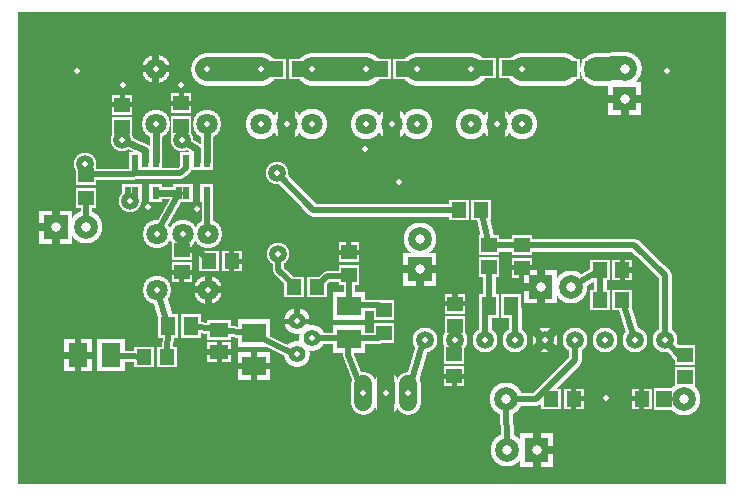
<source format=gbr>
%FSLAX34Y34*%
%MOMM*%
%LNCOPPER_BOTTOM*%
G71*
G01*
%ADD10C, 2.600*%
%ADD11C, 2.800*%
%ADD12C, 2.400*%
%ADD13R, 1.000X1.500*%
%ADD14C, 1.000*%
%ADD15C, 0.900*%
%ADD16R, 1.800X1.700*%
%ADD17C, 1.900*%
%ADD18C, 0.500*%
%ADD19R, 1.700X1.800*%
%ADD20C, 2.800*%
%ADD21C, 0.500*%
%ADD22R, 2.400X2.800*%
%ADD23C, 1.300*%
%ADD24R, 1.700X2.000*%
%ADD25R, 2.800X2.400*%
%ADD26R, 2.000X1.700*%
%ADD27C, 2.200*%
%ADD28C, 2.100*%
%ADD29C, 2.100*%
%ADD30C, 1.100*%
%ADD31C, 1.488*%
%ADD32C, 0.600*%
%ADD33C, 0.433*%
%ADD34C, 0.667*%
%ADD35C, 0.533*%
%ADD36C, 0.467*%
%ADD37C, 1.500*%
%ADD38C, 0.795*%
%ADD39C, 1.800*%
%ADD40C, 2.000*%
%ADD41R, 0.600X1.100*%
%ADD42R, 1.400X1.300*%
%ADD43C, 1.500*%
%ADD44R, 1.300X1.400*%
%ADD45C, 2.000*%
%ADD46R, 1.600X2.000*%
%ADD47R, 1.300X1.600*%
%ADD48R, 2.000X1.600*%
%ADD49R, 1.600X1.300*%
%ADD50C, 1.400*%
%ADD51C, 0.800*%
%LPD*%
G36*
X0Y0D02*
X-600000Y0D01*
X-600000Y-400000D01*
X0Y-400000D01*
X0Y0D01*
G37*
%LPC*%
X-350479Y-48409D02*
G54D10*
D03*
X-372304Y-95234D02*
G54D10*
D03*
X-350479Y-95234D02*
G54D10*
D03*
X-394129Y-95234D02*
G54D10*
D03*
X-394129Y-48409D02*
G54D10*
D03*
X-261579Y-48409D02*
G54D10*
D03*
X-283404Y-95234D02*
G54D10*
D03*
X-261579Y-95234D02*
G54D10*
D03*
X-305229Y-95234D02*
G54D10*
D03*
X-305229Y-48409D02*
G54D10*
D03*
X-172679Y-48409D02*
G54D10*
D03*
X-194504Y-95234D02*
G54D10*
D03*
X-172679Y-95234D02*
G54D10*
D03*
X-216329Y-95234D02*
G54D10*
D03*
X-216329Y-48409D02*
G54D10*
D03*
G54D11*
X-216329Y-48409D02*
X-261579Y-48409D01*
G54D11*
X-305229Y-48409D02*
X-350479Y-48409D01*
X-439379Y-48409D02*
G54D12*
D03*
X-439379Y-95234D02*
G54D12*
D03*
X-483029Y-95234D02*
G54D12*
D03*
X-483029Y-48409D02*
G54D12*
D03*
G54D11*
X-394129Y-48409D02*
X-439379Y-48409D01*
X-500889Y-153184D02*
G54D13*
D03*
X-500889Y-126184D02*
G54D13*
D03*
X-491889Y-153184D02*
G54D13*
D03*
X-491889Y-126184D02*
G54D13*
D03*
X-482889Y-153184D02*
G54D13*
D03*
X-482889Y-126184D02*
G54D13*
D03*
X-506842Y-153184D02*
G54D13*
D03*
X-457629Y-153184D02*
G54D13*
D03*
X-457629Y-126184D02*
G54D13*
D03*
X-448629Y-153184D02*
G54D13*
D03*
X-448629Y-126184D02*
G54D13*
D03*
X-439629Y-153184D02*
G54D13*
D03*
X-439629Y-126184D02*
G54D13*
D03*
X-463582Y-153184D02*
G54D13*
D03*
G54D14*
X-483029Y-95240D02*
X-483084Y-126286D01*
G54D14*
X-439373Y-95240D02*
X-439428Y-126286D01*
G54D15*
X-457629Y-125006D02*
X-457629Y-132150D01*
X-462392Y-136912D01*
X-539386Y-137309D01*
G54D15*
X-500889Y-126184D02*
X-500889Y-136515D01*
X-461599Y-96381D02*
G54D16*
D03*
X-461598Y-77381D02*
G54D16*
D03*
X-438549Y-235330D02*
G54D12*
D03*
X-460374Y-188506D02*
G54D12*
D03*
X-438549Y-188506D02*
G54D12*
D03*
X-482199Y-188506D02*
G54D12*
D03*
X-482199Y-235330D02*
G54D12*
D03*
G54D14*
X-463582Y-153184D02*
X-482889Y-153184D01*
G54D15*
X-439373Y-153581D02*
X-439373Y-188506D01*
X-438945Y-188456D01*
X-505254Y-160328D02*
G54D17*
D03*
G54D15*
X-463582Y-153184D02*
X-482889Y-188371D01*
X-483023Y-188506D01*
X-448501Y-166677D02*
G54D18*
D03*
X-461201Y-108337D02*
G54D17*
D03*
X-489776Y-165090D02*
G54D18*
D03*
X-512001Y-108734D02*
G54D17*
D03*
G54D14*
X-491889Y-126184D02*
X-491889Y-116940D01*
X-512001Y-108734D01*
G54D14*
X-448629Y-126184D02*
X-448629Y-116146D01*
X-461201Y-108337D01*
X-511605Y-97572D02*
G54D16*
D03*
X-511605Y-78572D02*
G54D16*
D03*
X-511207Y-61902D02*
G54D18*
D03*
X-461598Y-61902D02*
G54D18*
D03*
X-461203Y-201603D02*
G54D16*
D03*
X-461203Y-220604D02*
G54D16*
D03*
X-437761Y-211102D02*
G54D19*
D03*
X-418760Y-211102D02*
G54D19*
D03*
X-542070Y-138346D02*
G54D16*
D03*
X-542070Y-157346D02*
G54D16*
D03*
G36*
X-553841Y-196373D02*
X-553841Y-168373D01*
X-581841Y-168373D01*
X-581841Y-196373D01*
X-553841Y-196373D01*
G37*
X-542442Y-182373D02*
G54D20*
D03*
G54D21*
X-461198Y-188506D02*
X-461203Y-201603D01*
G54D21*
X-461203Y-201603D02*
X-447259Y-201603D01*
X-437761Y-211102D01*
G54D15*
X-542070Y-157346D02*
X-542380Y-182435D01*
X-542442Y-182373D01*
G36*
X-245556Y-204027D02*
X-273556Y-204027D01*
X-273556Y-232027D01*
X-245556Y-232027D01*
X-245556Y-204027D01*
G37*
X-259556Y-192628D02*
G54D20*
D03*
X-381007Y-48384D02*
G54D19*
D03*
X-362007Y-48384D02*
G54D19*
D03*
X-292504Y-48384D02*
G54D19*
D03*
X-273504Y-48384D02*
G54D19*
D03*
X-203207Y-47987D02*
G54D19*
D03*
X-184207Y-47987D02*
G54D19*
D03*
G36*
X-72122Y-59565D02*
X-100122Y-59565D01*
X-100122Y-87565D01*
X-72122Y-87565D01*
X-72122Y-59565D01*
G37*
X-86122Y-48165D02*
G54D20*
D03*
X-132564Y-48384D02*
G54D19*
D03*
X-113564Y-48384D02*
G54D19*
D03*
G54D11*
X-138120Y-48384D02*
X-172679Y-48409D01*
G54D11*
X-86129Y-47987D02*
X-109973Y-48409D01*
X-521021Y-291010D02*
G54D22*
D03*
X-549021Y-291010D02*
G54D22*
D03*
X-473926Y-292065D02*
G54D19*
D03*
X-492926Y-292065D02*
G54D19*
D03*
G54D23*
X-482199Y-235330D02*
X-472686Y-266268D01*
X-453686Y-266268D02*
G54D24*
D03*
X-472686Y-266268D02*
G54D24*
D03*
X-400082Y-271850D02*
G54D25*
D03*
X-400082Y-299850D02*
G54D25*
D03*
G54D15*
X-453686Y-266268D02*
X-399288Y-273040D01*
G54D15*
X-365984Y-290144D02*
X-400660Y-272428D01*
X-400082Y-271850D01*
G54D15*
X-472686Y-266268D02*
X-473926Y-292065D01*
X-429451Y-269072D02*
G54D26*
D03*
X-429451Y-288072D02*
G54D26*
D03*
G54D15*
X-521021Y-291010D02*
X-492926Y-292065D01*
G54D15*
X-353247Y-276285D02*
X-338170Y-276612D01*
X-363603Y-290144D02*
G54D27*
D03*
X-350903Y-276144D02*
G54D27*
D03*
X-363604Y-262143D02*
G54D27*
D03*
X-319120Y-248831D02*
G54D25*
D03*
X-319120Y-276831D02*
G54D25*
D03*
X-290148Y-252800D02*
G54D16*
D03*
X-290148Y-271800D02*
G54D16*
D03*
G54D15*
X-337773Y-276612D02*
X-294514Y-276612D01*
X-290148Y-272246D01*
X-319914Y-222588D02*
G54D16*
D03*
X-319914Y-203587D02*
G54D16*
D03*
X-365927Y-232931D02*
G54D19*
D03*
X-346927Y-232931D02*
G54D19*
D03*
X-379445Y-205174D02*
G54D17*
D03*
G54D15*
X-379445Y-205174D02*
X-379445Y-218271D01*
X-365554Y-232162D01*
G54D15*
X-319914Y-223431D02*
X-337773Y-223431D01*
X-346901Y-232559D01*
G54D15*
X-319914Y-224224D02*
X-319914Y-248434D01*
X-294514Y-248434D01*
X-290148Y-252800D01*
G54D28*
X-307574Y-330113D02*
X-307574Y-315113D01*
G54D28*
X-288524Y-330113D02*
X-288524Y-315113D01*
G54D28*
X-269474Y-330113D02*
X-269474Y-315113D01*
G54D15*
X-320311Y-275024D02*
X-320311Y-290900D01*
X-307611Y-322650D01*
X-543354Y-128578D02*
G54D17*
D03*
X-277448Y-144452D02*
G54D18*
D03*
X-306023Y-115877D02*
G54D18*
D03*
X-255545Y-278135D02*
G54D29*
D03*
X-230145Y-278135D02*
G54D29*
D03*
X-204745Y-278135D02*
G54D29*
D03*
X-179345Y-278135D02*
G54D29*
D03*
X-153945Y-278134D02*
G54D29*
D03*
X-128545Y-278135D02*
G54D29*
D03*
X-103145Y-278135D02*
G54D29*
D03*
X-77745Y-278135D02*
G54D29*
D03*
X-52345Y-278135D02*
G54D29*
D03*
G54D30*
X-269474Y-322613D02*
X-256774Y-279364D01*
X-255545Y-278135D01*
X-229748Y-266229D02*
G54D16*
D03*
X-229748Y-247228D02*
G54D16*
D03*
X-230220Y-289708D02*
G54D16*
D03*
X-230220Y-308709D02*
G54D16*
D03*
G54D30*
X-229748Y-266229D02*
X-230220Y-289708D01*
X-182223Y-249202D02*
G54D24*
D03*
X-201223Y-249202D02*
G54D24*
D03*
G54D30*
X-204745Y-278135D02*
X-204745Y-251533D01*
X-201223Y-249202D01*
G54D30*
X-179345Y-278135D02*
X-179345Y-251533D01*
X-180485Y-249202D01*
X-200851Y-197237D02*
G54D16*
D03*
X-200851Y-216237D02*
G54D16*
D03*
X-186358Y-327602D02*
G54D20*
D03*
X-35958Y-327602D02*
G54D20*
D03*
G54D30*
X-186049Y-371031D02*
X-186358Y-327602D01*
X-161158Y-327602D01*
X-128545Y-294990D01*
X-128545Y-278135D01*
X-173468Y-197635D02*
G54D16*
D03*
X-173468Y-216636D02*
G54D16*
D03*
G54D30*
X-201223Y-249202D02*
X-201223Y-216609D01*
X-200851Y-216237D01*
X-226624Y-167447D02*
G54D19*
D03*
X-207624Y-167447D02*
G54D19*
D03*
G54D30*
X-200851Y-197237D02*
X-207624Y-167447D01*
G54D30*
X-226624Y-167447D02*
X-349704Y-167447D01*
X-380239Y-136912D01*
X-380239Y-136912D02*
G54D17*
D03*
G36*
X-143323Y-246896D02*
X-143323Y-218896D01*
X-171323Y-218896D01*
X-171323Y-246896D01*
X-143323Y-246896D01*
G37*
X-131924Y-232896D02*
G54D20*
D03*
X-107164Y-244441D02*
G54D19*
D03*
X-88164Y-244440D02*
G54D19*
D03*
X-107164Y-218642D02*
G54D19*
D03*
X-88163Y-218643D02*
G54D19*
D03*
G54D30*
X-131924Y-232896D02*
X-107164Y-218642D01*
G54D30*
X-107164Y-244441D02*
X-107164Y-218642D01*
G54D30*
X-88164Y-244440D02*
X-77745Y-278135D01*
G54D30*
X-200851Y-197237D02*
X-77820Y-197237D01*
X-52345Y-222712D01*
X-52345Y-278135D01*
G36*
X-44342Y-318785D02*
X-61342Y-318785D01*
X-61343Y-336785D01*
X-44343Y-336785D01*
X-44342Y-318785D01*
G37*
X-71843Y-327785D02*
G54D19*
D03*
X-148439Y-327785D02*
G54D19*
D03*
X-129438Y-327785D02*
G54D19*
D03*
G36*
X-174649Y-357031D02*
X-174649Y-385031D01*
X-146649Y-385031D01*
X-146649Y-357031D01*
X-174649Y-357031D01*
G37*
X-186049Y-371031D02*
G54D20*
D03*
X-35354Y-290503D02*
G54D16*
D03*
X-35354Y-309503D02*
G54D16*
D03*
G54D30*
X-35354Y-290503D02*
X-39977Y-290503D01*
X-52345Y-278135D01*
X-50000Y-50000D02*
G54D18*
D03*
X-101633Y-327014D02*
G54D18*
D03*
X-550000Y-50000D02*
G54D18*
D03*
%LPD*%
G54D31*
G36*
X-364864Y-95234D02*
X-364864Y-81734D01*
X-379744Y-81734D01*
X-379744Y-95234D01*
X-364864Y-95234D01*
G37*
G36*
X-379744Y-95234D02*
X-379744Y-108734D01*
X-364864Y-108734D01*
X-364864Y-95234D01*
X-379744Y-95234D01*
G37*
G54D31*
G36*
X-275964Y-95234D02*
X-275964Y-81734D01*
X-290844Y-81734D01*
X-290844Y-95234D01*
X-275964Y-95234D01*
G37*
G36*
X-290844Y-95234D02*
X-290844Y-108734D01*
X-275964Y-108734D01*
X-275964Y-95234D01*
X-290844Y-95234D01*
G37*
G54D31*
G36*
X-187064Y-95234D02*
X-187064Y-81734D01*
X-201944Y-81734D01*
X-201944Y-95234D01*
X-187064Y-95234D01*
G37*
G36*
X-201944Y-95234D02*
X-201944Y-108734D01*
X-187064Y-108734D01*
X-187064Y-95234D01*
X-201944Y-95234D01*
G37*
G54D32*
G36*
X-480029Y-48409D02*
X-480029Y-35909D01*
X-486029Y-35909D01*
X-486029Y-48409D01*
X-480029Y-48409D01*
G37*
G36*
X-483029Y-45409D02*
X-495529Y-45409D01*
X-495529Y-51409D01*
X-483029Y-51409D01*
X-483029Y-45409D01*
G37*
G36*
X-486029Y-48409D02*
X-486029Y-60909D01*
X-480029Y-60909D01*
X-480029Y-48409D01*
X-486029Y-48409D01*
G37*
G36*
X-483029Y-51409D02*
X-470529Y-51409D01*
X-470529Y-45409D01*
X-483029Y-45409D01*
X-483029Y-51409D01*
G37*
G54D32*
G36*
X-494889Y-153184D02*
X-494889Y-161184D01*
X-488889Y-161184D01*
X-488889Y-153184D01*
X-494889Y-153184D01*
G37*
G36*
X-488889Y-153184D02*
X-488889Y-145184D01*
X-494889Y-145184D01*
X-494889Y-153184D01*
X-488889Y-153184D01*
G37*
G54D32*
G36*
X-451629Y-153184D02*
X-451629Y-161184D01*
X-445629Y-161184D01*
X-445629Y-153184D01*
X-451629Y-153184D01*
G37*
G36*
X-445629Y-153184D02*
X-445629Y-145184D01*
X-451629Y-145184D01*
X-451629Y-153184D01*
X-445629Y-153184D01*
G37*
G54D33*
G36*
X-461598Y-79547D02*
X-452098Y-79547D01*
X-452098Y-75214D01*
X-461598Y-75214D01*
X-461598Y-79547D01*
G37*
G36*
X-459432Y-77381D02*
X-459432Y-68381D01*
X-463765Y-68381D01*
X-463765Y-77381D01*
X-459432Y-77381D01*
G37*
G36*
X-461598Y-75214D02*
X-471098Y-75214D01*
X-471098Y-79547D01*
X-461598Y-79547D01*
X-461598Y-75214D01*
G37*
G54D32*
G36*
X-435549Y-235330D02*
X-435549Y-222830D01*
X-441549Y-222830D01*
X-441549Y-235330D01*
X-435549Y-235330D01*
G37*
G36*
X-438549Y-232330D02*
X-451049Y-232330D01*
X-451049Y-238330D01*
X-438549Y-238330D01*
X-438549Y-232330D01*
G37*
G36*
X-441549Y-235330D02*
X-441549Y-247830D01*
X-435549Y-247830D01*
X-435549Y-235330D01*
X-441549Y-235330D01*
G37*
G36*
X-438549Y-238330D02*
X-426049Y-238330D01*
X-426049Y-232330D01*
X-438549Y-232330D01*
X-438549Y-238330D01*
G37*
G54D33*
G36*
X-511605Y-80738D02*
X-502105Y-80738D01*
X-502105Y-76405D01*
X-511605Y-76405D01*
X-511605Y-80738D01*
G37*
G36*
X-509438Y-78572D02*
X-509438Y-69572D01*
X-513771Y-69572D01*
X-513771Y-78572D01*
X-509438Y-78572D01*
G37*
G36*
X-511605Y-76405D02*
X-521105Y-76405D01*
X-521105Y-80738D01*
X-511605Y-80738D01*
X-511605Y-76405D01*
G37*
G54D33*
G36*
X-461203Y-218437D02*
X-470703Y-218437D01*
X-470703Y-222770D01*
X-461203Y-222770D01*
X-461203Y-218437D01*
G37*
G36*
X-463370Y-220604D02*
X-463370Y-229604D01*
X-459037Y-229604D01*
X-459037Y-220604D01*
X-463370Y-220604D01*
G37*
G36*
X-461203Y-222770D02*
X-451703Y-222770D01*
X-451703Y-218437D01*
X-461203Y-218437D01*
X-461203Y-222770D01*
G37*
G54D33*
G36*
X-420927Y-211102D02*
X-420927Y-220602D01*
X-416594Y-220602D01*
X-416594Y-211102D01*
X-420927Y-211102D01*
G37*
G36*
X-418760Y-213269D02*
X-409760Y-213269D01*
X-409760Y-208936D01*
X-418760Y-208936D01*
X-418760Y-213269D01*
G37*
G36*
X-416594Y-211102D02*
X-416594Y-201602D01*
X-420927Y-201602D01*
X-420927Y-211102D01*
X-416594Y-211102D01*
G37*
G54D34*
G36*
X-564508Y-182373D02*
X-564508Y-167873D01*
X-571174Y-167873D01*
X-571174Y-182373D01*
X-564508Y-182373D01*
G37*
G36*
X-567841Y-179040D02*
X-582341Y-179040D01*
X-582341Y-185706D01*
X-567841Y-185706D01*
X-567841Y-179040D01*
G37*
G36*
X-571174Y-182373D02*
X-571174Y-196873D01*
X-564508Y-196873D01*
X-564508Y-182373D01*
X-571174Y-182373D01*
G37*
G54D34*
G36*
X-259556Y-214694D02*
X-274056Y-214694D01*
X-274056Y-221360D01*
X-259556Y-221360D01*
X-259556Y-214694D01*
G37*
G36*
X-262889Y-218027D02*
X-262889Y-232527D01*
X-256223Y-232527D01*
X-256223Y-218027D01*
X-262889Y-218027D01*
G37*
G36*
X-259556Y-221360D02*
X-245056Y-221360D01*
X-245056Y-214694D01*
X-259556Y-214694D01*
X-259556Y-221360D01*
G37*
G54D34*
G36*
X-86122Y-70231D02*
X-100622Y-70231D01*
X-100622Y-76898D01*
X-86122Y-76898D01*
X-86122Y-70231D01*
G37*
G36*
X-89455Y-73565D02*
X-89455Y-88065D01*
X-82788Y-88065D01*
X-82788Y-73565D01*
X-89455Y-73565D01*
G37*
G36*
X-86122Y-76898D02*
X-71622Y-76898D01*
X-71622Y-70231D01*
X-86122Y-70231D01*
X-86122Y-76898D01*
G37*
G54D35*
G36*
X-546354Y-291010D02*
X-546354Y-276510D01*
X-551688Y-276510D01*
X-551688Y-291010D01*
X-546354Y-291010D01*
G37*
G36*
X-549021Y-288343D02*
X-561521Y-288343D01*
X-561521Y-293676D01*
X-549021Y-293676D01*
X-549021Y-288343D01*
G37*
G36*
X-551688Y-291010D02*
X-551688Y-305510D01*
X-546354Y-305510D01*
X-546354Y-291010D01*
X-551688Y-291010D01*
G37*
G36*
X-549021Y-293676D02*
X-536521Y-293676D01*
X-536521Y-288343D01*
X-549021Y-288343D01*
X-549021Y-293676D01*
G37*
G54D35*
G36*
X-400082Y-297184D02*
X-414582Y-297184D01*
X-414582Y-302517D01*
X-400082Y-302517D01*
X-400082Y-297184D01*
G37*
G36*
X-402749Y-299850D02*
X-402749Y-312350D01*
X-397416Y-312350D01*
X-397416Y-299850D01*
X-402749Y-299850D01*
G37*
G36*
X-400082Y-302517D02*
X-385582Y-302517D01*
X-385582Y-297184D01*
X-400082Y-297184D01*
X-400082Y-302517D01*
G37*
G36*
X-397416Y-299850D02*
X-397416Y-287350D01*
X-402748Y-287350D01*
X-402749Y-299850D01*
X-397416Y-299850D01*
G37*
G54D33*
G36*
X-429451Y-285906D02*
X-439951Y-285906D01*
X-439951Y-290239D01*
X-429451Y-290239D01*
X-429451Y-285906D01*
G37*
G36*
X-431618Y-288072D02*
X-431618Y-297072D01*
X-427284Y-297072D01*
X-427285Y-288072D01*
X-431618Y-288072D01*
G37*
G36*
X-429451Y-290239D02*
X-418951Y-290238D01*
X-418951Y-285905D01*
X-429451Y-285906D01*
X-429451Y-290239D01*
G37*
G36*
X-427285Y-288072D02*
X-427285Y-279072D01*
X-431618Y-279072D01*
X-431618Y-288072D01*
X-427285Y-288072D01*
G37*
G54D36*
G36*
X-363604Y-264476D02*
X-352104Y-264476D01*
X-352104Y-259810D01*
X-363604Y-259810D01*
X-363604Y-264476D01*
G37*
G36*
X-361270Y-262143D02*
X-361270Y-250643D01*
X-365937Y-250643D01*
X-365937Y-262143D01*
X-361270Y-262143D01*
G37*
G36*
X-363604Y-259810D02*
X-375104Y-259810D01*
X-375104Y-264476D01*
X-363604Y-264476D01*
X-363604Y-259810D01*
G37*
G54D33*
G36*
X-319914Y-205754D02*
X-310414Y-205754D01*
X-310414Y-201421D01*
X-319914Y-201421D01*
X-319914Y-205754D01*
G37*
G36*
X-317748Y-203587D02*
X-317748Y-194587D01*
X-322081Y-194587D01*
X-322081Y-203587D01*
X-317748Y-203587D01*
G37*
G36*
X-319914Y-201421D02*
X-329414Y-201421D01*
X-329414Y-205754D01*
X-319914Y-205754D01*
X-319914Y-201421D01*
G37*
G54D37*
G36*
X-296024Y-322613D02*
X-296024Y-341113D01*
X-281024Y-341113D01*
X-281024Y-322613D01*
X-296024Y-322613D01*
G37*
G36*
X-281024Y-322613D02*
X-281024Y-304113D01*
X-296024Y-304113D01*
X-296024Y-322613D01*
X-281024Y-322613D01*
G37*
G54D38*
G36*
X-156755Y-280945D02*
X-148977Y-288723D01*
X-143356Y-283102D01*
X-151134Y-275324D01*
X-156755Y-280945D01*
G37*
G36*
X-151134Y-280945D02*
X-143356Y-273167D01*
X-148977Y-267546D01*
X-156755Y-275324D01*
X-151134Y-280945D01*
G37*
G36*
X-151134Y-275324D02*
X-158912Y-267546D01*
X-164534Y-273167D01*
X-156755Y-280945D01*
X-151134Y-275324D01*
G37*
G36*
X-156755Y-275324D02*
X-164534Y-283102D01*
X-158912Y-288723D01*
X-151134Y-280945D01*
X-156755Y-275324D01*
G37*
G54D33*
G36*
X-229748Y-249395D02*
X-220248Y-249395D01*
X-220248Y-245062D01*
X-229748Y-245062D01*
X-229748Y-249395D01*
G37*
G36*
X-227581Y-247228D02*
X-227581Y-238228D01*
X-231914Y-238228D01*
X-231914Y-247228D01*
X-227581Y-247228D01*
G37*
G36*
X-229748Y-245062D02*
X-239248Y-245062D01*
X-239248Y-249395D01*
X-229748Y-249395D01*
X-229748Y-245062D01*
G37*
G54D33*
G36*
X-230220Y-306542D02*
X-239720Y-306542D01*
X-239720Y-310875D01*
X-230220Y-310875D01*
X-230220Y-306542D01*
G37*
G36*
X-232387Y-308709D02*
X-232387Y-317709D01*
X-228054Y-317709D01*
X-228054Y-308709D01*
X-232387Y-308709D01*
G37*
G36*
X-230220Y-310875D02*
X-220720Y-310875D01*
X-220720Y-306542D01*
X-230220Y-306542D01*
X-230220Y-310875D01*
G37*
G54D33*
G36*
X-173468Y-214469D02*
X-182968Y-214469D01*
X-182968Y-218802D01*
X-173468Y-218802D01*
X-173468Y-214469D01*
G37*
G36*
X-175635Y-216636D02*
X-175635Y-225636D01*
X-171302Y-225636D01*
X-171302Y-216636D01*
X-175635Y-216636D01*
G37*
G36*
X-173468Y-218802D02*
X-163968Y-218802D01*
X-163968Y-214469D01*
X-173468Y-214469D01*
X-173468Y-218802D01*
G37*
G54D34*
G36*
X-153990Y-232896D02*
X-153990Y-218396D01*
X-160657Y-218396D01*
X-160657Y-232896D01*
X-153990Y-232896D01*
G37*
G36*
X-157323Y-229563D02*
X-171823Y-229563D01*
X-171823Y-236229D01*
X-157323Y-236229D01*
X-157323Y-229563D01*
G37*
G36*
X-160657Y-232896D02*
X-160657Y-247396D01*
X-153990Y-247396D01*
X-153990Y-232896D01*
X-160657Y-232896D01*
G37*
G54D33*
G36*
X-90330Y-218643D02*
X-90330Y-228143D01*
X-85997Y-228143D01*
X-85997Y-218643D01*
X-90330Y-218643D01*
G37*
G36*
X-88163Y-220809D02*
X-79163Y-220809D01*
X-79163Y-216476D01*
X-88163Y-216476D01*
X-88163Y-220809D01*
G37*
G36*
X-85997Y-218643D02*
X-85997Y-209143D01*
X-90330Y-209143D01*
X-90330Y-218643D01*
X-85997Y-218643D01*
G37*
G54D33*
G36*
X-69676Y-327785D02*
X-69677Y-318285D01*
X-74010Y-318285D01*
X-74009Y-327785D01*
X-69676Y-327785D01*
G37*
G36*
X-71843Y-325618D02*
X-80843Y-325618D01*
X-80843Y-329951D01*
X-71843Y-329951D01*
X-71843Y-325618D01*
G37*
G36*
X-74009Y-327785D02*
X-74009Y-337285D01*
X-69676Y-337285D01*
X-69676Y-327785D01*
X-74009Y-327785D01*
G37*
G54D33*
G36*
X-131605Y-327785D02*
X-131605Y-337285D01*
X-127272Y-337285D01*
X-127272Y-327785D01*
X-131605Y-327785D01*
G37*
G36*
X-129438Y-329952D02*
X-120438Y-329952D01*
X-120438Y-325619D01*
X-129438Y-325619D01*
X-129438Y-329952D01*
G37*
G36*
X-127272Y-327785D02*
X-127272Y-318285D01*
X-131605Y-318285D01*
X-131605Y-327785D01*
X-127272Y-327785D01*
G37*
G54D34*
G36*
X-163982Y-371031D02*
X-163982Y-385531D01*
X-157316Y-385531D01*
X-157316Y-371031D01*
X-163982Y-371031D01*
G37*
G36*
X-160649Y-374364D02*
X-146149Y-374364D01*
X-146149Y-367697D01*
X-160649Y-367697D01*
X-160649Y-374364D01*
G37*
G36*
X-157316Y-371031D02*
X-157316Y-356531D01*
X-163982Y-356531D01*
X-163982Y-371031D01*
X-157316Y-371031D01*
G37*
X-350479Y-48409D02*
G54D39*
D03*
X-372304Y-95234D02*
G54D39*
D03*
X-350479Y-95234D02*
G54D39*
D03*
X-394129Y-95234D02*
G54D39*
D03*
X-394129Y-48409D02*
G54D39*
D03*
X-261579Y-48409D02*
G54D39*
D03*
X-283404Y-95234D02*
G54D39*
D03*
X-261579Y-95234D02*
G54D39*
D03*
X-305229Y-95234D02*
G54D39*
D03*
X-305229Y-48409D02*
G54D39*
D03*
X-172679Y-48409D02*
G54D39*
D03*
X-194504Y-95234D02*
G54D39*
D03*
X-172679Y-95234D02*
G54D39*
D03*
X-216329Y-95234D02*
G54D39*
D03*
X-216329Y-48409D02*
G54D39*
D03*
G54D40*
X-216329Y-48409D02*
X-261579Y-48409D01*
G54D40*
X-305229Y-48409D02*
X-350479Y-48409D01*
X-439379Y-48409D02*
G54D39*
D03*
X-439379Y-95234D02*
G54D39*
D03*
X-483029Y-95234D02*
G54D39*
D03*
X-483029Y-48409D02*
G54D39*
D03*
G54D40*
X-394129Y-48409D02*
X-439379Y-48409D01*
X-500889Y-153184D02*
G54D41*
D03*
X-500889Y-126184D02*
G54D41*
D03*
X-491889Y-153184D02*
G54D41*
D03*
X-491889Y-126184D02*
G54D41*
D03*
X-482889Y-153184D02*
G54D41*
D03*
X-482889Y-126184D02*
G54D41*
D03*
X-506842Y-153184D02*
G54D41*
D03*
X-457629Y-153184D02*
G54D41*
D03*
X-457629Y-126184D02*
G54D41*
D03*
X-448629Y-153184D02*
G54D41*
D03*
X-448629Y-126184D02*
G54D41*
D03*
X-439629Y-153184D02*
G54D41*
D03*
X-439629Y-126184D02*
G54D41*
D03*
X-463582Y-153184D02*
G54D41*
D03*
G54D32*
X-483029Y-95240D02*
X-483084Y-126286D01*
G54D32*
X-439373Y-95240D02*
X-439428Y-126286D01*
G54D21*
X-457629Y-125006D02*
X-457629Y-132150D01*
X-462392Y-136912D01*
X-539386Y-137309D01*
G54D21*
X-500889Y-126184D02*
X-500889Y-136515D01*
X-461599Y-96381D02*
G54D42*
D03*
X-461598Y-77381D02*
G54D42*
D03*
X-438549Y-235330D02*
G54D39*
D03*
X-460374Y-188506D02*
G54D39*
D03*
X-438549Y-188506D02*
G54D39*
D03*
X-482199Y-188506D02*
G54D39*
D03*
X-482199Y-235330D02*
G54D39*
D03*
G54D32*
X-463582Y-153184D02*
X-482889Y-153184D01*
G54D21*
X-439373Y-153581D02*
X-439373Y-188506D01*
X-438945Y-188456D01*
X-505254Y-160328D02*
G54D43*
D03*
G54D21*
X-463582Y-153184D02*
X-482889Y-188371D01*
X-483023Y-188506D01*
X-461201Y-108337D02*
G54D43*
D03*
X-512001Y-108734D02*
G54D43*
D03*
G54D32*
X-491889Y-126184D02*
X-491889Y-116940D01*
X-512001Y-108734D01*
G54D32*
X-448629Y-126184D02*
X-448629Y-116146D01*
X-461201Y-108337D01*
X-511605Y-97572D02*
G54D42*
D03*
X-511605Y-78572D02*
G54D42*
D03*
X-461203Y-201603D02*
G54D42*
D03*
X-461203Y-220604D02*
G54D42*
D03*
X-437761Y-211102D02*
G54D44*
D03*
X-418760Y-211102D02*
G54D44*
D03*
X-542070Y-138346D02*
G54D42*
D03*
X-542070Y-157346D02*
G54D42*
D03*
G36*
X-557841Y-192373D02*
X-557841Y-172373D01*
X-577841Y-172373D01*
X-577841Y-192373D01*
X-557841Y-192373D01*
G37*
X-542442Y-182373D02*
G54D45*
D03*
G54D21*
X-461198Y-188506D02*
X-461203Y-201603D01*
G54D21*
X-461203Y-201603D02*
X-447259Y-201603D01*
X-437761Y-211102D01*
G54D21*
X-542070Y-157346D02*
X-542380Y-182435D01*
X-542442Y-182373D01*
G36*
X-249556Y-208027D02*
X-269556Y-208027D01*
X-269556Y-228027D01*
X-249556Y-228027D01*
X-249556Y-208027D01*
G37*
X-259556Y-192628D02*
G54D45*
D03*
X-381007Y-48384D02*
G54D44*
D03*
X-362007Y-48384D02*
G54D44*
D03*
X-292504Y-48384D02*
G54D44*
D03*
X-273504Y-48384D02*
G54D44*
D03*
X-203207Y-47987D02*
G54D44*
D03*
X-184207Y-47987D02*
G54D44*
D03*
G36*
X-76122Y-63565D02*
X-96122Y-63565D01*
X-96122Y-83565D01*
X-76122Y-83565D01*
X-76122Y-63565D01*
G37*
X-86122Y-48165D02*
G54D45*
D03*
X-132564Y-48384D02*
G54D44*
D03*
X-113564Y-48384D02*
G54D44*
D03*
G54D40*
X-138120Y-48384D02*
X-172679Y-48409D01*
G54D40*
X-86129Y-47987D02*
X-109973Y-48409D01*
X-521021Y-291010D02*
G54D46*
D03*
X-549021Y-291010D02*
G54D46*
D03*
X-473926Y-292065D02*
G54D44*
D03*
X-492926Y-292065D02*
G54D44*
D03*
G54D21*
X-482199Y-235330D02*
X-472686Y-266268D01*
X-453686Y-266268D02*
G54D47*
D03*
X-472686Y-266268D02*
G54D47*
D03*
X-400082Y-271850D02*
G54D48*
D03*
X-400082Y-299850D02*
G54D48*
D03*
G54D21*
X-453686Y-266268D02*
X-399288Y-273040D01*
G54D21*
X-365984Y-290144D02*
X-400660Y-272428D01*
X-400082Y-271850D01*
G54D21*
X-472686Y-266268D02*
X-473926Y-292065D01*
X-429451Y-269072D02*
G54D49*
D03*
X-429451Y-288072D02*
G54D49*
D03*
G54D21*
X-521021Y-291010D02*
X-492926Y-292065D01*
G54D21*
X-353247Y-276285D02*
X-338170Y-276612D01*
X-363603Y-290144D02*
G54D50*
D03*
X-350903Y-276144D02*
G54D50*
D03*
X-363604Y-262143D02*
G54D50*
D03*
X-319120Y-248831D02*
G54D48*
D03*
X-319120Y-276831D02*
G54D48*
D03*
X-290148Y-252800D02*
G54D42*
D03*
X-290148Y-271800D02*
G54D42*
D03*
G54D21*
X-337773Y-276612D02*
X-294514Y-276612D01*
X-290148Y-272246D01*
X-319914Y-222588D02*
G54D42*
D03*
X-319914Y-203587D02*
G54D42*
D03*
X-365927Y-232931D02*
G54D44*
D03*
X-346927Y-232931D02*
G54D44*
D03*
X-379445Y-205174D02*
G54D43*
D03*
G54D21*
X-379445Y-205174D02*
X-379445Y-218271D01*
X-365554Y-232162D01*
G54D21*
X-319914Y-223431D02*
X-337773Y-223431D01*
X-346901Y-232559D01*
G54D21*
X-319914Y-224224D02*
X-319914Y-248434D01*
X-294514Y-248434D01*
X-290148Y-252800D01*
G54D37*
X-307574Y-330113D02*
X-307574Y-315113D01*
G54D37*
X-288524Y-330113D02*
X-288524Y-315113D01*
G54D37*
X-269474Y-330113D02*
X-269474Y-315113D01*
G54D21*
X-320311Y-275024D02*
X-320311Y-290900D01*
X-307611Y-322650D01*
X-543354Y-128578D02*
G54D43*
D03*
X-255545Y-278135D02*
G54D43*
D03*
X-230145Y-278135D02*
G54D43*
D03*
X-204745Y-278135D02*
G54D43*
D03*
X-179345Y-278135D02*
G54D43*
D03*
X-153945Y-278134D02*
G54D43*
D03*
X-128545Y-278135D02*
G54D43*
D03*
X-103145Y-278135D02*
G54D43*
D03*
X-77745Y-278135D02*
G54D43*
D03*
X-52345Y-278135D02*
G54D43*
D03*
G54D21*
X-269474Y-322613D02*
X-256774Y-279364D01*
X-255545Y-278135D01*
X-229748Y-266229D02*
G54D42*
D03*
X-229748Y-247228D02*
G54D42*
D03*
X-230220Y-289708D02*
G54D42*
D03*
X-230220Y-308709D02*
G54D42*
D03*
G54D21*
X-229748Y-266229D02*
X-230220Y-289708D01*
X-182223Y-249202D02*
G54D47*
D03*
X-201223Y-249202D02*
G54D47*
D03*
G54D21*
X-204745Y-278135D02*
X-204745Y-251533D01*
X-201223Y-249202D01*
G54D21*
X-179345Y-278135D02*
X-179345Y-251533D01*
X-180485Y-249202D01*
X-200851Y-197237D02*
G54D42*
D03*
X-200851Y-216237D02*
G54D42*
D03*
X-186358Y-327602D02*
G54D45*
D03*
X-35958Y-327602D02*
G54D45*
D03*
G54D21*
X-186049Y-371031D02*
X-186358Y-327602D01*
X-161158Y-327602D01*
X-128545Y-294990D01*
X-128545Y-278135D01*
X-173468Y-197635D02*
G54D42*
D03*
X-173468Y-216636D02*
G54D42*
D03*
G54D21*
X-201223Y-249202D02*
X-201223Y-216609D01*
X-200851Y-216237D01*
X-226624Y-167447D02*
G54D44*
D03*
X-207624Y-167447D02*
G54D44*
D03*
G54D21*
X-200851Y-197237D02*
X-207624Y-167447D01*
G54D21*
X-226624Y-167447D02*
X-349704Y-167447D01*
X-380239Y-136912D01*
X-380239Y-136912D02*
G54D43*
D03*
G36*
X-147323Y-242896D02*
X-147323Y-222896D01*
X-167323Y-222896D01*
X-167323Y-242896D01*
X-147323Y-242896D01*
G37*
X-131924Y-232896D02*
G54D45*
D03*
X-107164Y-244441D02*
G54D44*
D03*
X-88164Y-244440D02*
G54D44*
D03*
X-107164Y-218642D02*
G54D44*
D03*
X-88163Y-218643D02*
G54D44*
D03*
G54D21*
X-131924Y-232896D02*
X-107164Y-218642D01*
G54D21*
X-107164Y-244441D02*
X-107164Y-218642D01*
G54D21*
X-88164Y-244440D02*
X-77745Y-278135D01*
G54D21*
X-200851Y-197237D02*
X-77820Y-197237D01*
X-52345Y-222712D01*
X-52345Y-278135D01*
G36*
X-46342Y-320785D02*
X-59342Y-320785D01*
X-59343Y-334785D01*
X-46343Y-334785D01*
X-46342Y-320785D01*
G37*
X-71843Y-327785D02*
G54D44*
D03*
X-148439Y-327785D02*
G54D44*
D03*
X-129438Y-327785D02*
G54D44*
D03*
G36*
X-170649Y-361031D02*
X-170649Y-381031D01*
X-150649Y-381031D01*
X-150649Y-361031D01*
X-170649Y-361031D01*
G37*
X-186049Y-371031D02*
G54D45*
D03*
X-35354Y-290503D02*
G54D42*
D03*
X-35354Y-309503D02*
G54D42*
D03*
G54D21*
X-35354Y-290503D02*
X-39977Y-290503D01*
X-52345Y-278135D01*
%LNAUGENFREISTANZEN*%
%LPC*%
X-350479Y-48409D02*
G54D21*
D03*
X-372304Y-95234D02*
G54D21*
D03*
X-350479Y-95234D02*
G54D21*
D03*
X-394129Y-95234D02*
G54D21*
D03*
X-394129Y-48409D02*
G54D21*
D03*
X-261579Y-48409D02*
G54D21*
D03*
X-283404Y-95234D02*
G54D21*
D03*
X-261579Y-95234D02*
G54D21*
D03*
X-305229Y-95234D02*
G54D21*
D03*
X-305229Y-48409D02*
G54D21*
D03*
X-172679Y-48409D02*
G54D21*
D03*
X-194504Y-95234D02*
G54D21*
D03*
X-172679Y-95234D02*
G54D21*
D03*
X-216329Y-95234D02*
G54D21*
D03*
X-216329Y-48409D02*
G54D21*
D03*
X-439379Y-48409D02*
G54D21*
D03*
X-439379Y-95234D02*
G54D21*
D03*
X-483029Y-95234D02*
G54D21*
D03*
X-483029Y-48409D02*
G54D21*
D03*
X-438549Y-235330D02*
G54D21*
D03*
X-460374Y-188506D02*
G54D21*
D03*
X-438549Y-188506D02*
G54D21*
D03*
X-482199Y-188506D02*
G54D21*
D03*
X-482199Y-235330D02*
G54D21*
D03*
X-505254Y-160328D02*
G54D21*
D03*
X-448501Y-166677D02*
G54D21*
D03*
X-461201Y-108337D02*
G54D21*
D03*
X-489776Y-165090D02*
G54D21*
D03*
X-512001Y-108734D02*
G54D21*
D03*
X-511207Y-61902D02*
G54D21*
D03*
X-461598Y-61902D02*
G54D21*
D03*
X-567841Y-182373D02*
G54D51*
D03*
X-542442Y-182373D02*
G54D51*
D03*
X-259556Y-218027D02*
G54D51*
D03*
X-259556Y-192628D02*
G54D51*
D03*
X-86122Y-73565D02*
G54D51*
D03*
X-86122Y-48165D02*
G54D51*
D03*
X-363603Y-290144D02*
G54D21*
D03*
X-350903Y-276144D02*
G54D21*
D03*
X-363604Y-262143D02*
G54D21*
D03*
X-379445Y-205174D02*
G54D21*
D03*
X-307574Y-322613D02*
G54D21*
D03*
X-288524Y-322613D02*
G54D21*
D03*
X-269474Y-322613D02*
G54D21*
D03*
X-543354Y-128578D02*
G54D21*
D03*
X-277448Y-144452D02*
G54D21*
D03*
X-306023Y-115877D02*
G54D21*
D03*
X-255545Y-278135D02*
G54D21*
D03*
X-230145Y-278135D02*
G54D21*
D03*
X-204745Y-278135D02*
G54D21*
D03*
X-179345Y-278135D02*
G54D21*
D03*
X-153945Y-278134D02*
G54D21*
D03*
X-128545Y-278135D02*
G54D21*
D03*
X-103145Y-278135D02*
G54D21*
D03*
X-77745Y-278135D02*
G54D21*
D03*
X-52345Y-278135D02*
G54D21*
D03*
X-186358Y-327602D02*
G54D51*
D03*
X-35958Y-327602D02*
G54D51*
D03*
X-380239Y-136912D02*
G54D21*
D03*
X-157323Y-232896D02*
G54D51*
D03*
X-131924Y-232896D02*
G54D51*
D03*
X-160649Y-371031D02*
G54D51*
D03*
X-186049Y-371031D02*
G54D51*
D03*
X-50000Y-50000D02*
G54D21*
D03*
X-101633Y-327014D02*
G54D21*
D03*
X-550000Y-50000D02*
G54D21*
D03*
M02*

</source>
